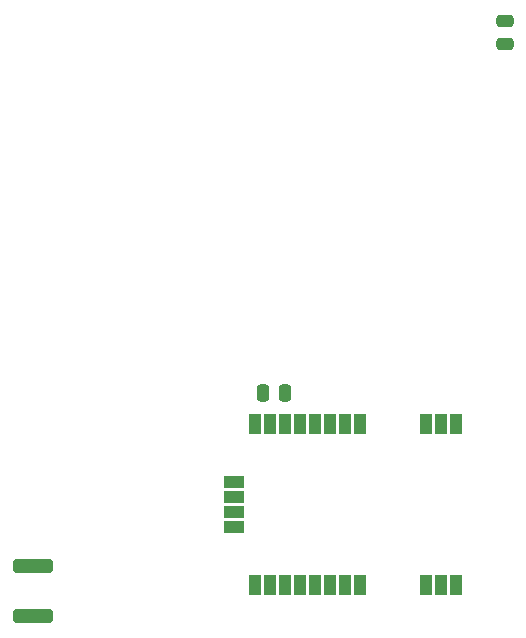
<source format=gtp>
G04 #@! TF.GenerationSoftware,KiCad,Pcbnew,(6.0.2)*
G04 #@! TF.CreationDate,2022-09-28T01:39:31+02:00*
G04 #@! TF.ProjectId,LoRa-Gateway-E32,4c6f5261-2d47-4617-9465-7761792d4533,v1r1b*
G04 #@! TF.SameCoordinates,Original*
G04 #@! TF.FileFunction,Paste,Top*
G04 #@! TF.FilePolarity,Positive*
%FSLAX46Y46*%
G04 Gerber Fmt 4.6, Leading zero omitted, Abs format (unit mm)*
G04 Created by KiCad (PCBNEW (6.0.2)) date 2022-09-28 01:39:31*
%MOMM*%
%LPD*%
G01*
G04 APERTURE LIST*
G04 Aperture macros list*
%AMRoundRect*
0 Rectangle with rounded corners*
0 $1 Rounding radius*
0 $2 $3 $4 $5 $6 $7 $8 $9 X,Y pos of 4 corners*
0 Add a 4 corners polygon primitive as box body*
4,1,4,$2,$3,$4,$5,$6,$7,$8,$9,$2,$3,0*
0 Add four circle primitives for the rounded corners*
1,1,$1+$1,$2,$3*
1,1,$1+$1,$4,$5*
1,1,$1+$1,$6,$7*
1,1,$1+$1,$8,$9*
0 Add four rect primitives between the rounded corners*
20,1,$1+$1,$2,$3,$4,$5,0*
20,1,$1+$1,$4,$5,$6,$7,0*
20,1,$1+$1,$6,$7,$8,$9,0*
20,1,$1+$1,$8,$9,$2,$3,0*%
G04 Aperture macros list end*
%ADD10RoundRect,0.250000X-0.250000X-0.475000X0.250000X-0.475000X0.250000X0.475000X-0.250000X0.475000X0*%
%ADD11RoundRect,0.250000X0.475000X-0.250000X0.475000X0.250000X-0.475000X0.250000X-0.475000X-0.250000X0*%
%ADD12R,1.000000X1.800000*%
%ADD13R,1.800000X1.000000*%
%ADD14RoundRect,0.250000X-1.450000X0.312500X-1.450000X-0.312500X1.450000X-0.312500X1.450000X0.312500X0*%
G04 APERTURE END LIST*
D10*
X137350000Y-74750000D03*
X139250000Y-74750000D03*
D11*
X157850000Y-45200000D03*
X157850000Y-43300000D03*
D12*
X153700000Y-77397500D03*
X152430000Y-77397500D03*
X151160000Y-77397500D03*
X145590000Y-77397500D03*
X144320000Y-77397500D03*
X143050000Y-77397500D03*
X141780000Y-77397500D03*
X140510000Y-77397500D03*
X139240000Y-77397500D03*
X137970000Y-77397500D03*
X136700000Y-77397500D03*
D13*
X134900000Y-82297500D03*
X134900000Y-83557500D03*
X134900000Y-84827500D03*
X134900000Y-86107500D03*
D12*
X136700000Y-90997500D03*
X137970000Y-90997500D03*
X139240000Y-90997500D03*
X140510000Y-90997500D03*
X141780000Y-90997500D03*
X143050000Y-90997500D03*
X144320000Y-90997500D03*
X145590000Y-90997500D03*
X151160000Y-90997500D03*
X152430000Y-90997500D03*
X153700000Y-90997500D03*
D14*
X117850000Y-89400000D03*
X117850000Y-93675000D03*
M02*

</source>
